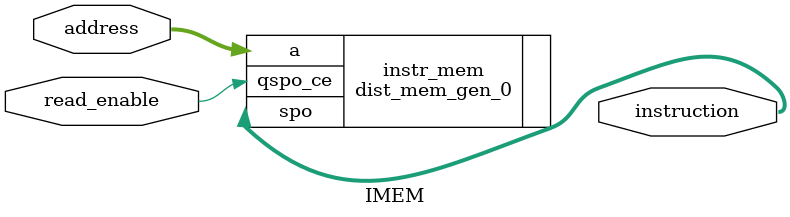
<source format=v>
`timescale 1ns / 1ps

module IMEM(
    input [10:0] address,
    input read_enable,
    output [31:0] instruction
    );
    dist_mem_gen_0 instr_mem(
            .a(address),
            .spo(instruction),
            .qspo_ce(read_enable)
        );
endmodule

</source>
